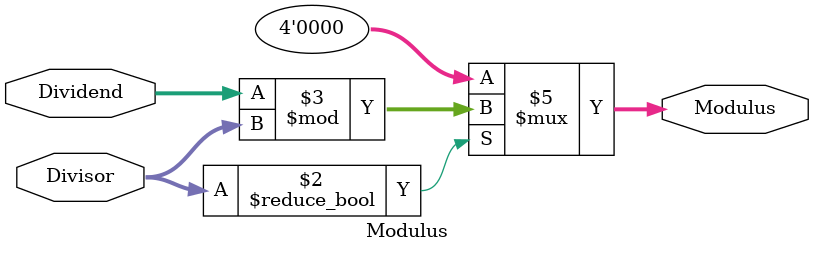
<source format=v>
module Modulus
(
    input [3:0] Dividend, 
    input [3:0] Divisor,
    output reg [3:0] Modulus
);

always @(*) begin
    if (Divisor != 0) begin
        Modulus = Dividend % Divisor;
    end else begin
        Modulus = 0;
    end
end

endmodule

</source>
